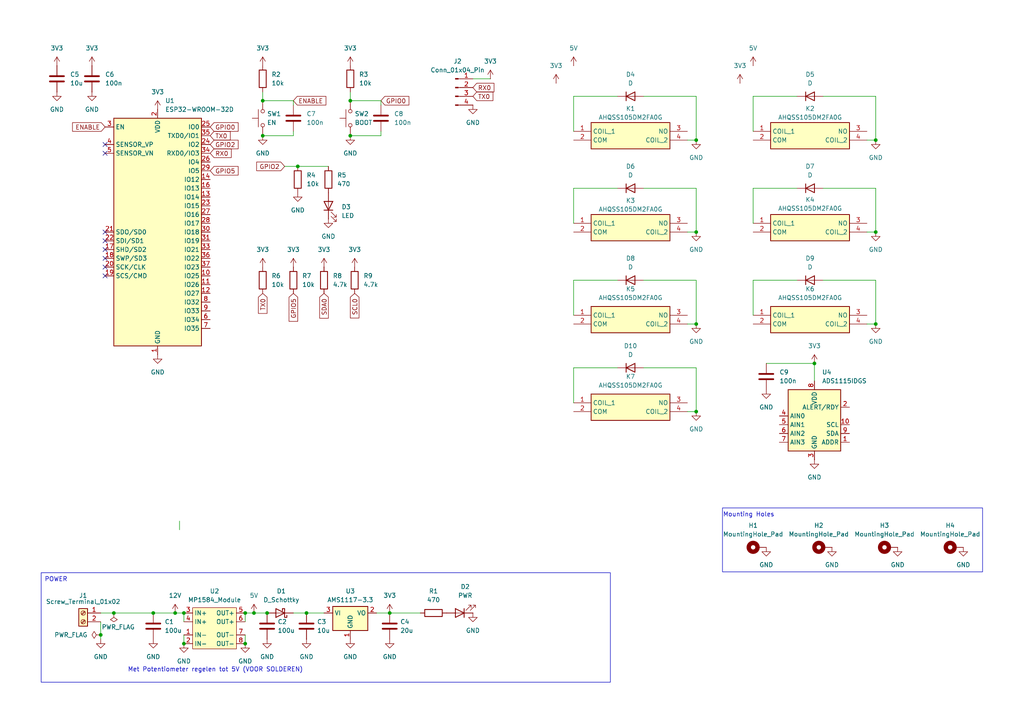
<source format=kicad_sch>
(kicad_sch (version 20231120) (generator "eeschema") (generator_version "8.0")
  (paper "A4")
  (lib_symbols
    (symbol "Analog_ADC:ADS1115IDGS"
      (property "Reference" "U" (at 2.54 13.97 0))
      (property "Value" "ADS1115IDGS" (at 7.62 11.43 0))
      (symbol "ADS1115IDGS_0_1"
        (rectangle (start -7.62 10.16) (end 7.62 -7.62) (stroke (width 0.254)) (fill (type background)))
      )
      (symbol "ADS1115IDGS_1_1"
        (pin input line (at 10.16 -5.08 180) (length 2.54) (name "ADDR") (number "1"))
        (pin input line (at 10.16 0 180) (length 2.54) (name "SCL") (number "10"))
        (pin output line (at 10.16 5.08 180) (length 2.54) (name "ALERT/RDY") (number "2"))
        (pin power_in line (at 0 -10.16 90) (length 2.54) (name "GND") (number "3"))
        (pin input line (at -10.16 2.54 0) (length 2.54) (name "AIN0") (number "4"))
        (pin input line (at -10.16 0 0) (length 2.54) (name "AIN1") (number "5"))
        (pin input line (at -10.16 -2.54 0) (length 2.54) (name "AIN2") (number "6"))
        (pin input line (at -10.16 -5.08 0) (length 2.54) (name "AIN3") (number "7"))
        (pin power_in line (at 0 12.7 270) (length 2.54) (name "VDD") (number "8"))
        (pin bidirectional line (at 10.16 -2.54 180) (length 2.54) (name "SDA") (number "9"))
      )
    )
    (symbol "Connector:Conn_01x04_Pin" (pin_names (offset 1.016) hide)
      (property "Reference" "J" (at 0 5.08 0))
      (property "Value" "Conn_01x04_Pin" (at 0 -7.62 0))
      (symbol "Conn_01x04_Pin_1_1"
        (polyline (pts (xy 1.27 -5.08) (xy 0.8636 -5.08)) (stroke (width 0.1524)))
        (polyline (pts (xy 1.27 -2.54) (xy 0.8636 -2.54)) (stroke (width 0.1524)))
        (polyline (pts (xy 1.27 0) (xy 0.8636 0)) (stroke (width 0.1524)))
        (polyline (pts (xy 1.27 2.54) (xy 0.8636 2.54)) (stroke (width 0.1524)))
        (rectangle (start 0.8636 -4.953) (end 0 -5.207) (stroke (width 0.1524)) (fill (type outline)))
        (rectangle (start 0.8636 -2.413) (end 0 -2.667) (stroke (width 0.1524)) (fill (type outline)))
        (rectangle (start 0.8636 0.127) (end 0 -0.127) (stroke (width 0.1524)) (fill (type outline)))
        (rectangle (start 0.8636 2.667) (end 0 2.413) (stroke (width 0.1524)) (fill (type outline)))
        (pin passive line (at 5.08 2.54 180) (length 3.81) (name "Pin_1") (number "1"))
        (pin passive line (at 5.08 0 180) (length 3.81) (name "Pin_2") (number "2"))
        (pin passive line (at 5.08 -2.54 180) (length 3.81) (name "Pin_3") (number "3"))
        (pin passive line (at 5.08 -5.08 180) (length 3.81) (name "Pin_4") (number "4"))
      )
    )
    (symbol "Connector:Screw_Terminal_01x02" (pin_names (offset 1.016) hide)
      (property "Reference" "J" (at 0 2.54 0))
      (property "Value" "Screw_Terminal_01x02" (at 0 -5.08 0))
      (symbol "Screw_Terminal_01x02_1_1"
        (rectangle (start -1.27 1.27) (end 1.27 -3.81) (stroke (width 0.254)) (fill (type background)))
        (circle (center 0 -2.54) (radius 0.635) (stroke (width 0.1524)))
        (polyline (pts (xy -0.5334 -2.2098) (xy 0.3302 -3.048)) (stroke (width 0.1524)))
        (polyline (pts (xy -0.5334 0.3302) (xy 0.3302 -0.508)) (stroke (width 0.1524)))
        (polyline (pts (xy -0.3556 -2.032) (xy 0.508 -2.8702)) (stroke (width 0.1524)))
        (polyline (pts (xy -0.3556 0.508) (xy 0.508 -0.3302)) (stroke (width 0.1524)))
        (circle (center 0 0) (radius 0.635) (stroke (width 0.1524)))
        (pin passive line (at -5.08 0 0) (length 3.81) (name "Pin_1") (number "1"))
        (pin passive line (at -5.08 -2.54 0) (length 3.81) (name "Pin_2") (number "2"))
      )
    )
    (symbol "Device:C" (pin_numbers hide) (pin_names (offset 0.254))
      (property "Reference" "C" (at 0.635 2.54 0))
      (property "Value" "C" (at 0.635 -2.54 0))
      (symbol "C_0_1"
        (polyline (pts (xy -2.032 -0.762) (xy 2.032 -0.762)) (stroke (width 0.508)))
        (polyline (pts (xy -2.032 0.762) (xy 2.032 0.762)) (stroke (width 0.508)))
      )
      (symbol "C_1_1"
        (pin passive line (at 0 3.81 270) (length 2.794) (name "~") (number "1"))
        (pin passive line (at 0 -3.81 90) (length 2.794) (name "~") (number "2"))
      )
    )
    (symbol "Device:D" (pin_numbers hide) (pin_names (offset 1.016) hide)
      (property "Reference" "D" (at 0 2.54 0))
      (property "Value" "D" (at 0 -2.54 0))
      (symbol "D_0_1"
        (polyline (pts (xy -1.27 1.27) (xy -1.27 -1.27)) (stroke (width 0.254)))
        (polyline (pts (xy 1.27 0) (xy -1.27 0)))
        (polyline (pts (xy 1.27 1.27) (xy 1.27 -1.27) (xy -1.27 0) (xy 1.27 1.27)) (stroke (width 0.254)))
      )
      (symbol "D_1_1"
        (pin passive line (at -3.81 0 0) (length 2.54) (name "K") (number "1"))
        (pin passive line (at 3.81 0 180) (length 2.54) (name "A") (number "2"))
      )
    )
    (symbol "Device:D_Schottky" (pin_numbers hide) (pin_names (offset 1.016) hide)
      (property "Reference" "D" (at 0 2.54 0))
      (property "Value" "D_Schottky" (at 0 -2.54 0))
      (symbol "D_Schottky_0_1"
        (polyline (pts (xy 1.27 0) (xy -1.27 0)))
        (polyline (pts (xy 1.27 1.27) (xy 1.27 -1.27) (xy -1.27 0) (xy 1.27 1.27)) (stroke (width 0.254)))
        (polyline (pts (xy -1.905 0.635) (xy -1.905 1.27) (xy -1.27 1.27) (xy -1.27 -1.27) (xy -0.635 -1.27) (xy -0.635 -0.635)) (stroke (width 0.254)))
      )
      (symbol "D_Schottky_1_1"
        (pin passive line (at -3.81 0 0) (length 2.54) (name "K") (number "1"))
        (pin passive line (at 3.81 0 180) (length 2.54) (name "A") (number "2"))
      )
    )
    (symbol "Device:LED" (pin_numbers hide) (pin_names (offset 1.016) hide)
      (property "Reference" "D" (at 0 2.54 0))
      (property "Value" "LED" (at 0 -2.54 0))
      (symbol "LED_0_1"
        (polyline (pts (xy -1.27 -1.27) (xy -1.27 1.27)) (stroke (width 0.254)))
        (polyline (pts (xy -1.27 0) (xy 1.27 0)))
        (polyline (pts (xy 1.27 -1.27) (xy 1.27 1.27) (xy -1.27 0) (xy 1.27 -1.27)) (stroke (width 0.254)))
        (polyline (pts (xy -3.048 -0.762) (xy -4.572 -2.286) (xy -3.81 -2.286) (xy -4.572 -2.286) (xy -4.572 -1.524)))
        (polyline (pts (xy -1.778 -0.762) (xy -3.302 -2.286) (xy -2.54 -2.286) (xy -3.302 -2.286) (xy -3.302 -1.524)))
      )
      (symbol "LED_1_1"
        (pin passive line (at -3.81 0 0) (length 2.54) (name "K") (number "1"))
        (pin passive line (at 3.81 0 180) (length 2.54) (name "A") (number "2"))
      )
    )
    (symbol "Device:R" (pin_numbers hide) (pin_names (offset 0))
      (property "Reference" "R" (at 2.032 0 90))
      (property "Value" "R" (at 0 0 90))
      (symbol "R_0_1"
        (rectangle (start -1.016 -2.54) (end 1.016 2.54) (stroke (width 0.254)))
      )
      (symbol "R_1_1"
        (pin passive line (at 0 3.81 270) (length 1.27) (name "~") (number "1"))
        (pin passive line (at 0 -3.81 90) (length 1.27) (name "~") (number "2"))
      )
    )
    (symbol "Mechanical:MountingHole_Pad" (pin_numbers hide) (pin_names (offset 1.016) hide) (exclude_from_sim yes) (in_bom no)
      (property "Reference" "H" (at 0 6.35 0))
      (property "Value" "MountingHole_Pad" (at 0 4.445 0))
      (symbol "MountingHole_Pad_0_1"
        (circle (center 0 1.27) (radius 1.27) (stroke (width 1.27)))
      )
      (symbol "MountingHole_Pad_1_1"
        (pin input line (at 0 -2.54 90) (length 2.54) (name "1") (number "1"))
      )
    )
    (symbol "RF_Module:ESP32-WROOM-32D"
      (property "Reference" "U" (at -12.7 34.29 0))
      (property "Value" "ESP32-WROOM-32D" (at 1.27 34.29 0))
      (symbol "ESP32-WROOM-32D_0_1"
        (rectangle (start -12.7 33.02) (end 12.7 -33.02) (stroke (width 0.254)) (fill (type background)))
      )
      (symbol "ESP32-WROOM-32D_1_1"
        (pin power_in line (at 0 -35.56 90) (length 2.54) (name "GND") (number "1"))
        (pin bidirectional line (at 15.24 -12.7 180) (length 2.54) (name "IO25") (number "10"))
        (pin bidirectional line (at 15.24 -15.24 180) (length 2.54) (name "IO26") (number "11"))
        (pin bidirectional line (at 15.24 -17.78 180) (length 2.54) (name "IO27") (number "12"))
        (pin bidirectional line (at 15.24 10.16 180) (length 2.54) (name "IO14") (number "13"))
        (pin bidirectional line (at 15.24 15.24 180) (length 2.54) (name "IO12") (number "14"))
        (pin passive line (at 0 -35.56 90) (length 2.54) hide (name "GND") (number "15"))
        (pin bidirectional line (at 15.24 12.7 180) (length 2.54) (name "IO13") (number "16"))
        (pin bidirectional line (at -15.24 -5.08 0) (length 2.54) (name "SHD/SD2") (number "17"))
        (pin bidirectional line (at -15.24 -7.62 0) (length 2.54) (name "SWP/SD3") (number "18"))
        (pin bidirectional line (at -15.24 -12.7 0) (length 2.54) (name "SCS/CMD") (number "19"))
        (pin power_in line (at 0 35.56 270) (length 2.54) (name "VDD") (number "2"))
        (pin bidirectional line (at -15.24 -10.16 0) (length 2.54) (name "SCK/CLK") (number "20"))
        (pin bidirectional line (at -15.24 0 0) (length 2.54) (name "SDO/SD0") (number "21"))
        (pin bidirectional line (at -15.24 -2.54 0) (length 2.54) (name "SDI/SD1") (number "22"))
        (pin bidirectional line (at 15.24 7.62 180) (length 2.54) (name "IO15") (number "23"))
        (pin bidirectional line (at 15.24 25.4 180) (length 2.54) (name "IO2") (number "24"))
        (pin bidirectional line (at 15.24 30.48 180) (length 2.54) (name "IO0") (number "25"))
        (pin bidirectional line (at 15.24 20.32 180) (length 2.54) (name "IO4") (number "26"))
        (pin bidirectional line (at 15.24 5.08 180) (length 2.54) (name "IO16") (number "27"))
        (pin bidirectional line (at 15.24 2.54 180) (length 2.54) (name "IO17") (number "28"))
        (pin bidirectional line (at 15.24 17.78 180) (length 2.54) (name "IO5") (number "29"))
        (pin input line (at -15.24 30.48 0) (length 2.54) (name "EN") (number "3"))
        (pin bidirectional line (at 15.24 0 180) (length 2.54) (name "IO18") (number "30"))
        (pin bidirectional line (at 15.24 -2.54 180) (length 2.54) (name "IO19") (number "31"))
        (pin no_connect line (at -12.7 -27.94 0) (length 2.54) hide (name "NC") (number "32"))
        (pin bidirectional line (at 15.24 -5.08 180) (length 2.54) (name "IO21") (number "33"))
        (pin bidirectional line (at 15.24 22.86 180) (length 2.54) (name "RXD0/IO3") (number "34"))
        (pin bidirectional line (at 15.24 27.94 180) (length 2.54) (name "TXD0/IO1") (number "35"))
        (pin bidirectional line (at 15.24 -7.62 180) (length 2.54) (name "IO22") (number "36"))
        (pin bidirectional line (at 15.24 -10.16 180) (length 2.54) (name "IO23") (number "37"))
        (pin passive line (at 0 -35.56 90) (length 2.54) hide (name "GND") (number "38"))
        (pin passive line (at 0 -35.56 90) (length 2.54) hide (name "GND") (number "39"))
        (pin input line (at -15.24 25.4 0) (length 2.54) (name "SENSOR_VP") (number "4"))
        (pin input line (at -15.24 22.86 0) (length 2.54) (name "SENSOR_VN") (number "5"))
        (pin input line (at 15.24 -25.4 180) (length 2.54) (name "IO34") (number "6"))
        (pin input line (at 15.24 -27.94 180) (length 2.54) (name "IO35") (number "7"))
        (pin bidirectional line (at 15.24 -20.32 180) (length 2.54) (name "IO32") (number "8"))
        (pin bidirectional line (at 15.24 -22.86 180) (length 2.54) (name "IO33") (number "9"))
      )
    )
    (symbol "Regulator_Linear:AMS1117-3.3"
      (property "Reference" "U" (at -3.81 3.175 0))
      (property "Value" "AMS1117-3.3" (at 0 3.175 0))
      (symbol "AMS1117-3.3_0_1"
        (rectangle (start -5.08 -5.08) (end 5.08 1.905) (stroke (width 0.254)) (fill (type background)))
      )
      (symbol "AMS1117-3.3_1_1"
        (pin power_in line (at 0 -7.62 90) (length 2.54) (name "GND") (number "1"))
        (pin power_out line (at 7.62 0 180) (length 2.54) (name "VO") (number "2"))
        (pin power_in line (at -7.62 0 0) (length 2.54) (name "VI") (number "3"))
      )
    )
    (symbol "SamacSys_Parts:AHQSS105DM2FA0G"
      (property "Reference" "K" (at 29.21 7.62 0))
      (property "Value" "AHQSS105DM2FA0G" (at 29.21 5.08 0))
      (symbol "AHQSS105DM2FA0G_1_1"
        (rectangle (start 5.08 2.54) (end 27.94 -5.08) (stroke (width 0.254)) (fill (type background)))
        (pin passive line (at 0 0 0) (length 5.08) (name "COIL_1") (number "1"))
        (pin passive line (at 0 -2.54 0) (length 5.08) (name "COM") (number "2"))
        (pin passive line (at 33.02 0 180) (length 5.08) (name "NO") (number "3"))
        (pin passive line (at 33.02 -2.54 180) (length 5.08) (name "COIL_2") (number "4"))
      )
    )
    (symbol "Switch:SW_Push" (pin_numbers hide) (pin_names (offset 1.016) hide)
      (property "Reference" "SW" (at 1.27 2.54 0))
      (property "Value" "SW_Push" (at 0 -1.524 0))
      (symbol "SW_Push_0_1"
        (circle (center -2.032 0) (radius 0.508))
        (polyline (pts (xy 0 1.27) (xy 0 3.048)))
        (polyline (pts (xy 2.54 1.27) (xy -2.54 1.27)))
        (circle (center 2.032 0) (radius 0.508))
        (pin passive line (at -5.08 0 0) (length 2.54) (name "1") (number "1"))
        (pin passive line (at 5.08 0 180) (length 2.54) (name "2") (number "2"))
      )
    )
    (symbol "Watersysteem_Library:MP1584_Module"
      (property "Reference" "U" (at 0 8.128 0))
      (property "Value" "MP1584_Module" (at 0 6.35 0))
      (symbol "MP1584_Module_1_1"
        (rectangle (start -6.35 5.334) (end 6.35 -6.604) (fill (type background)))
        (pin input line (at -8.89 -2.54 0) (length 2.54) (name "IN-") (number "1"))
        (pin input line (at -8.89 -5.08 0) (length 2.54) (name "IN-") (number "2"))
        (pin input line (at -8.89 3.81 0) (length 2.54) (name "IN+") (number "3"))
        (pin input line (at -8.89 1.27 0) (length 2.54) (name "IN+") (number "4"))
        (pin output line (at 8.89 3.81 180) (length 2.54) (name "OUT+") (number "5"))
        (pin output line (at 8.89 1.27 180) (length 2.54) (name "OUT+") (number "6"))
        (pin output line (at 8.89 -2.54 180) (length 2.54) (name "OUT-") (number "7"))
        (pin output line (at 8.89 -5.08 180) (length 2.54) (name "OUT-") (number "8"))
      )
    )
    (symbol "power:GND" (power) (pin_numbers hide) (pin_names (offset 0) hide)
      (property "Value" "GND" (at 0 -3.81 0))
      (symbol "GND_0_1"
        (polyline (pts (xy 0 0) (xy 0 -1.27) (xy 1.27 -1.27) (xy 0 -2.54) (xy -1.27 -1.27) (xy 0 -1.27)))
      )
      (symbol "GND_1_1"
        (pin power_in line (at 0 0 270) (length 0) (name "~") (number "1"))
      )
    )
    (symbol "power:PWR_FLAG" (power) (pin_numbers hide) (pin_names (offset 0) hide)
      (property "Value" "PWR_FLAG" (at 0 3.81 0))
      (symbol "PWR_FLAG_0_0"
        (pin power_out line (at 0 0 90) (length 0) (name "~") (number "1"))
      )
      (symbol "PWR_FLAG_0_1"
        (polyline (pts (xy 0 0) (xy 0 1.27) (xy -1.016 1.905) (xy 0 2.54) (xy 1.016 1.905) (xy 0 1.27)))
      )
    )
    (symbol "power:VCC" (power) (pin_numbers hide) (pin_names (offset 0) hide)
      (property "Value" "VCC" (at 0 3.556 0))
      (symbol "VCC_0_1"
        (polyline (pts (xy -0.762 1.27) (xy 0 2.54)))
        (polyline (pts (xy 0 0) (xy 0 2.54)))
        (polyline (pts (xy 0 2.54) (xy 0.762 1.27)))
      )
      (symbol "VCC_1_1"
        (pin power_in line (at 0 0 90) (length 0) (name "~") (number "1"))
      )
    )
  )
  (junction (at 201.93 119.38))
  (junction (at 113.03 177.8))
  (junction (at 44.45 177.8))
  (junction (at 29.21 184.15))
  (junction (at 254 67.31))
  (junction (at 254 93.98))
  (junction (at 76.2 29.21))
  (junction (at 201.93 40.64))
  (junction (at 53.34 186.69))
  (junction (at 88.9 177.8))
  (junction (at 86.36 48.26))
  (junction (at 71.12 177.8))
  (junction (at 50.8 177.8))
  (junction (at 254 40.64))
  (junction (at 77.47 177.8))
  (junction (at 236.22 105.41))
  (junction (at 76.2 39.37))
  (junction (at 201.93 93.98))
  (junction (at 71.12 186.69))
  (junction (at 201.93 67.31))
  (junction (at 53.34 177.8))
  (junction (at 101.6 29.21))
  (junction (at 33.02 177.8))
  (junction (at 101.6 39.37))
  (junction (at 73.66 177.8))
  (no_connect (at 30.48 72.39))
  (no_connect (at 30.48 74.93))
  (no_connect (at 30.48 77.47))
  (no_connect (at 30.48 80.01))
  (no_connect (at 30.48 44.45))
  (no_connect (at 30.48 69.85))
  (no_connect (at 30.48 41.91))
  (no_connect (at 30.48 67.31))
  (wire (pts (xy 254 93.98) (xy 251.46 93.98)))
  (wire (pts (xy 137.16 22.86) (xy 142.24 22.86)))
  (wire (pts (xy 85.09 39.37) (xy 76.2 39.37)))
  (wire (pts (xy 113.03 177.8) (xy 121.92 177.8)))
  (wire (pts (xy 201.93 67.31) (xy 199.39 67.31)))
  (wire (pts (xy 186.69 106.68) (xy 201.93 106.68)))
  (wire (pts (xy 186.69 54.61) (xy 201.93 54.61)))
  (wire (pts (xy 88.9 177.8) (xy 93.98 177.8)))
  (wire (pts (xy 52.07 151.13) (xy 52.07 153.67)))
  (wire (pts (xy 218.44 81.28) (xy 218.44 91.44)))
  (wire (pts (xy 73.66 177.8) (xy 77.47 177.8)))
  (wire (pts (xy 201.93 27.94) (xy 186.69 27.94)))
  (wire (pts (xy 236.22 105.41) (xy 236.22 110.49)))
  (wire (pts (xy 199.39 40.64) (xy 201.93 40.64)))
  (wire (pts (xy 238.76 81.28) (xy 254 81.28)))
  (wire (pts (xy 166.37 81.28) (xy 166.37 91.44)))
  (wire (pts (xy 166.37 106.68) (xy 179.07 106.68)))
  (wire (pts (xy 201.93 93.98) (xy 199.39 93.98)))
  (wire (pts (xy 201.93 119.38) (xy 199.39 119.38)))
  (wire (pts (xy 29.21 184.15) (xy 29.21 180.34)))
  (wire (pts (xy 179.07 81.28) (xy 166.37 81.28)))
  (wire (pts (xy 231.14 81.28) (xy 218.44 81.28)))
  (wire (pts (xy 254 67.31) (xy 251.46 67.31)))
  (wire (pts (xy 254 81.28) (xy 254 93.98)))
  (wire (pts (xy 201.93 106.68) (xy 201.93 119.38)))
  (wire (pts (xy 33.02 177.8) (xy 29.21 177.8)))
  (wire (pts (xy 71.12 177.8) (xy 71.12 180.34)))
  (wire (pts (xy 222.25 105.41) (xy 236.22 105.41)))
  (wire (pts (xy 179.07 54.61) (xy 166.37 54.61)))
  (wire (pts (xy 238.76 54.61) (xy 254 54.61)))
  (wire (pts (xy 76.2 29.21) (xy 76.2 26.67)))
  (wire (pts (xy 82.55 48.26) (xy 86.36 48.26)))
  (wire (pts (xy 85.09 177.8) (xy 88.9 177.8)))
  (wire (pts (xy 231.14 27.94) (xy 218.44 27.94)))
  (wire (pts (xy 85.09 38.1) (xy 85.09 39.37)))
  (wire (pts (xy 71.12 184.15) (xy 71.12 186.69)))
  (wire (pts (xy 53.34 184.15) (xy 53.34 186.69)))
  (wire (pts (xy 201.93 54.61) (xy 201.93 67.31)))
  (wire (pts (xy 109.22 177.8) (xy 113.03 177.8)))
  (wire (pts (xy 254 40.64) (xy 254 27.94)))
  (wire (pts (xy 86.36 48.26) (xy 95.25 48.26)))
  (wire (pts (xy 231.14 54.61) (xy 218.44 54.61)))
  (wire (pts (xy 101.6 29.21) (xy 101.6 26.67)))
  (wire (pts (xy 186.69 81.28) (xy 201.93 81.28)))
  (wire (pts (xy 166.37 54.61) (xy 166.37 64.77)))
  (wire (pts (xy 201.93 81.28) (xy 201.93 93.98)))
  (wire (pts (xy 254 27.94) (xy 238.76 27.94)))
  (wire (pts (xy 44.45 177.8) (xy 50.8 177.8)))
  (wire (pts (xy 53.34 177.8) (xy 53.34 180.34)))
  (wire (pts (xy 33.02 177.8) (xy 44.45 177.8)))
  (wire (pts (xy 110.49 30.48) (xy 110.49 29.21)))
  (wire (pts (xy 29.21 185.42) (xy 29.21 184.15)))
  (wire (pts (xy 254 54.61) (xy 254 67.31)))
  (wire (pts (xy 110.49 38.1) (xy 110.49 39.37)))
  (wire (pts (xy 166.37 116.84) (xy 166.37 106.68)))
  (wire (pts (xy 218.44 27.94) (xy 218.44 38.1)))
  (wire (pts (xy 218.44 54.61) (xy 218.44 64.77)))
  (wire (pts (xy 166.37 27.94) (xy 166.37 38.1)))
  (wire (pts (xy 110.49 39.37) (xy 101.6 39.37)))
  (wire (pts (xy 85.09 30.48) (xy 85.09 29.21)))
  (wire (pts (xy 201.93 40.64) (xy 201.93 27.94)))
  (wire (pts (xy 50.8 177.8) (xy 53.34 177.8)))
  (wire (pts (xy 166.37 27.94) (xy 179.07 27.94)))
  (wire (pts (xy 110.49 29.21) (xy 101.6 29.21)))
  (wire (pts (xy 85.09 29.21) (xy 76.2 29.21)))
  (wire (pts (xy 251.46 40.64) (xy 254 40.64)))
  (wire (pts (xy 71.12 177.8) (xy 73.66 177.8)))
  (rectangle (start 11.938 166.116) (end 177.038 197.866))
  (rectangle (start 209.55 147.32) (end 284.988 165.862))
  (text "Mounting Holes" (at 217.17 149.352 0) (effects (font (size 1.27 1.27))))
  (text "POWER" (at 16.256 168.148 0) (effects (font (size 1.27 1.27))))
  (text "Met Potentiometer regelen tot 5V (VOOR SOLDEREN)" (at 62.484 194.31 0) (effects (font (size 1.27 1.27))))
  (global_label "RX0" (shape input) (at 60.96 44.45 0) (property "Intersheetrefs" "${INTERSHEET_REFS}" (effects (hide yes))))
  (global_label "ENABLE" (shape input) (at 30.48 36.83 180) (property "Intersheetrefs" "${INTERSHEET_REFS}" (effects (hide yes))))
  (global_label "SCL0" (shape input) (at 102.87 85.09 270) (property "Intersheetrefs" "${INTERSHEET_REFS}" (effects (hide yes))))
  (global_label "SDA0" (shape input) (at 93.98 85.09 270) (property "Intersheetrefs" "${INTERSHEET_REFS}" (effects (hide yes))))
  (global_label "GPIO5" (shape input) (at 85.09 85.09 270) (property "Intersheetrefs" "${INTERSHEET_REFS}" (effects (hide yes))))
  (global_label "GPIO2" (shape input) (at 60.96 41.91 0) (property "Intersheetrefs" "${INTERSHEET_REFS}" (effects (hide yes))))
  (global_label "GPIO0" (shape input) (at 60.96 36.83 0) (property "Intersheetrefs" "${INTERSHEET_REFS}" (effects (hide yes))))
  (global_label "GPIO0" (shape input) (at 110.49 29.21 0) (property "Intersheetrefs" "${INTERSHEET_REFS}" (effects (hide yes))))
  (global_label "RX0" (shape input) (at 137.16 25.4 0) (property "Intersheetrefs" "${INTERSHEET_REFS}" (effects (hide yes))))
  (global_label "GPIO5" (shape input) (at 60.96 49.53 0) (property "Intersheetrefs" "${INTERSHEET_REFS}" (effects (hide yes))))
  (global_label "TX0" (shape input) (at 137.16 27.94 0) (property "Intersheetrefs" "${INTERSHEET_REFS}" (effects (hide yes))))
  (global_label "TX0" (shape input) (at 60.96 39.37 0) (property "Intersheetrefs" "${INTERSHEET_REFS}" (effects (hide yes))))
  (global_label "TX0" (shape input) (at 76.2 85.09 270) (property "Intersheetrefs" "${INTERSHEET_REFS}" (effects (hide yes))))
  (global_label "ENABLE" (shape input) (at 85.09 29.21 0) (property "Intersheetrefs" "${INTERSHEET_REFS}" (effects (hide yes))))
  (global_label "GPIO2" (shape input) (at 82.55 48.26 180) (property "Intersheetrefs" "${INTERSHEET_REFS}" (effects (hide yes))))
  (symbol (lib_id "Device:R") (at 95.25 52.07 0) (unit 1)
    (property "Reference" "R5" (at 97.79 50.7999 0) (effects (justify left)))
    (property "Value" "470" (at 97.79 53.3399 0) (effects (justify left)))
    (property "Description" "Resistor" (effects (hide yes)))
  )
  (symbol (lib_id "Switch:SW_Push") (at 101.6 34.29 90) (mirror x) (unit 1)
    (property "Reference" "SW2" (at 102.87 33.0199 90) (effects (justify right)))
    (property "Value" "BOOT" (at 102.87 35.5599 90) (effects (justify right)))
    (property "Description" "Push button switch, generic, two pins" (effects (hide yes)))
  )
  (symbol (lib_id "power:VCC") (at 214.63 24.13 0) (unit 1)
    (property "Reference" "#PWR038" (effects (hide yes)))
    (property "Value" "3V3" (at 214.63 19.05 0))
    (property "Description" "Power symbol creates a global label with name \"VCC\"" (effects (hide yes)))
  )
  (symbol (lib_id "power:VCC") (at 101.6 19.05 0) (unit 1)
    (property "Reference" "#PWR020" (effects (hide yes)))
    (property "Value" "3V3" (at 101.6 13.97 0))
    (property "Description" "Power symbol creates a global label with name \"VCC\"" (effects (hide yes)))
  )
  (symbol (lib_id "power:PWR_FLAG") (at 29.21 184.15 90) (unit 1)
    (property "Reference" "#FLG01" (effects (hide yes)))
    (property "Value" "PWR_FLAG" (at 25.4 184.1499 90) (effects (justify left)))
    (property "Description" "Special symbol for telling ERC where power comes from" (effects (hide yes)))
  )
  (symbol (lib_id "power:GND") (at 16.51 26.67 0) (unit 1)
    (property "Reference" "#PWR016" (effects (hide yes)))
    (property "Value" "GND" (at 16.51 31.75 0))
    (property "Description" "Power symbol creates a global label with name \"GND\" , ground" (effects (hide yes)))
  )
  (symbol (lib_id "Device:R") (at 101.6 22.86 180) (unit 1)
    (property "Reference" "R3" (at 104.14 21.5899 0) (effects (justify right)))
    (property "Value" "10k" (at 104.14 24.1299 0) (effects (justify right)))
    (property "Description" "Resistor" (effects (hide yes)))
  )
  (symbol (lib_id "power:VCC") (at 218.44 19.05 0) (unit 1)
    (property "Reference" "#PWR037" (effects (hide yes)))
    (property "Value" "5V" (at 218.44 13.97 0))
    (property "Description" "Power symbol creates a global label with name \"VCC\"" (effects (hide yes)))
  )
  (symbol (lib_id "Analog_ADC:ADS1115IDGS") (at 236.22 123.19 0) (unit 1)
    (property "Reference" "U4" (at 238.4141 107.95 0) (effects (justify left)))
    (property "Value" "ADS1115IDGS" (at 238.4141 110.49 0) (effects (justify left)))
    (property "Footprint" "Package_SO:TSSOP-10_3x3mm_P0.5mm" (effects (hide yes)))
    (property "Datasheet" "http://www.ti.com/lit/ds/symlink/ads1113.pdf" (effects (hide yes)))
    (property "Description" "Ultra-Small, Low-Power, I2C-Compatible, 860-SPS, 16-Bit ADCs With Internal Reference, Oscillator, and Programmable Comparator, VSSOP-10" (effects (hide yes)))
  )
  (symbol (lib_id "power:GND") (at 86.36 55.88 0) (unit 1)
    (property "Reference" "#PWR022" (effects (hide yes)))
    (property "Value" "GND" (at 86.36 60.96 0))
    (property "Description" "Power symbol creates a global label with name \"GND\" , ground" (effects (hide yes)))
  )
  (symbol (lib_id "power:VCC") (at 142.24 22.86 0) (unit 1)
    (property "Reference" "#PWR028" (effects (hide yes)))
    (property "Value" "3V3" (at 142.24 17.78 0))
    (property "Description" "Power symbol creates a global label with name \"VCC\"" (effects (hide yes)))
  )
  (symbol (lib_id "power:GND") (at 44.45 185.42 0) (unit 1)
    (property "Reference" "#PWR04" (effects (hide yes)))
    (property "Value" "GND" (at 44.45 190.5 0))
    (property "Description" "Power symbol creates a global label with name \"GND\" , ground" (effects (hide yes)))
  )
  (symbol (lib_id "power:GND") (at 29.21 185.42 0) (unit 1)
    (property "Reference" "#PWR01" (effects (hide yes)))
    (property "Value" "GND" (at 29.21 190.5 0))
    (property "Description" "Power symbol creates a global label with name \"GND\" , ground" (effects (hide yes)))
  )
  (symbol (lib_id "Device:D") (at 234.95 81.28 0) (unit 1)
    (property "Reference" "D9" (at 234.95 74.93 0))
    (property "Value" "D" (at 234.95 77.47 0))
    (property "Description" "Diode" (effects (hide yes)))
    (property "Sim.Device" "D" (effects (hide yes)))
    (property "Sim.Pins" "1=K 2=A" (effects (hide yes)))
  )
  (symbol (lib_id "Mechanical:MountingHole_Pad") (at 257.81 158.75 90) (unit 1) (exclude_from_sim yes) (in_bom no)
    (property "Reference" "H3" (at 256.54 152.4 90))
    (property "Value" "MountingHole_Pad" (at 256.54 154.94 90))
    (property "Description" "Mounting Hole with connection" (effects (hide yes)))
  )
  (symbol (lib_id "Device:D") (at 234.95 27.94 0) (unit 1)
    (property "Reference" "D5" (at 234.95 21.59 0))
    (property "Value" "D" (at 234.95 24.13 0))
    (property "Description" "Diode" (effects (hide yes)))
    (property "Sim.Device" "D" (effects (hide yes)))
    (property "Sim.Pins" "1=K 2=A" (effects (hide yes)))
  )
  (symbol (lib_id "SamacSys_Parts:AHQSS105DM2FA0G") (at 166.37 116.84 0) (unit 1)
    (property "Reference" "K7" (at 182.88 109.22 0))
    (property "Value" "AHQSS105DM2FA0G" (at 182.88 111.76 0))
    (property "Footprint" "AHQSS105DM2FA0G" (effects (hide yes)))
    (property "Datasheet" "https://www.farnell.com/cad/3816025.pdf" (effects (hide yes)))
    (property "Description" "General Purpose Relays Commercial RelayRated Carrying Current :16AType of Sealing : Case Sealed TypeNumber of pole : one poleCoil Voltage : 5VCoil Type : Standard DC CoilContact Form : Form A Coil Insulation System : F- Class F (155C)" (effects (hide yes)))
    (property "Height" "15.3" (effects (hide yes)))
    (property "Manufacturer_Name" "Amphenol" (effects (hide yes)))
    (property "Manufacturer_Part_Number" "AHQSS105DM2FA0G" (effects (hide yes)))
    (property "Mouser Part Number" "523-AHQSS105DM2FA0G" (effects (hide yes)))
    (property "Mouser Price/Stock" "https://www.mouser.co.uk/ProductDetail/Amphenol-Anytek/AHQSS105DM2FA0G?qs=vvQtp7zwQdMcHeqcpOr95g%3D%3D" (effects (hide yes)))
  )
  (symbol (lib_id "SamacSys_Parts:AHQSS105DM2FA0G") (at 166.37 91.44 0) (unit 1)
    (property "Reference" "K5" (at 182.88 83.82 0))
    (property "Value" "AHQSS105DM2FA0G" (at 182.88 86.36 0))
    (property "Footprint" "AHQSS105DM2FA0G" (effects (hide yes)))
    (property "Datasheet" "https://www.farnell.com/cad/3816025.pdf" (effects (hide yes)))
    (property "Description" "General Purpose Relays Commercial RelayRated Carrying Current :16AType of Sealing : Case Sealed TypeNumber of pole : one poleCoil Voltage : 5VCoil Type : Standard DC CoilContact Form : Form A Coil Insulation System : F- Class F (155C)" (effects (hide yes)))
    (property "Height" "15.3" (effects (hide yes)))
    (property "Manufacturer_Name" "Amphenol" (effects (hide yes)))
    (property "Manufacturer_Part_Number" "AHQSS105DM2FA0G" (effects (hide yes)))
    (property "Mouser Part Number" "523-AHQSS105DM2FA0G" (effects (hide yes)))
    (property "Mouser Price/Stock" "https://www.mouser.co.uk/ProductDetail/Amphenol-Anytek/AHQSS105DM2FA0G?qs=vvQtp7zwQdMcHeqcpOr95g%3D%3D" (effects (hide yes)))
  )
  (symbol (lib_id "power:VCC") (at 73.66 177.8 0) (unit 1)
    (property "Reference" "#PWR06" (effects (hide yes)))
    (property "Value" "5V" (at 73.66 172.72 0))
    (property "Description" "Power symbol creates a global label with name \"VCC\"" (effects (hide yes)))
  )
  (symbol (lib_id "SamacSys_Parts:AHQSS105DM2FA0G") (at 218.44 91.44 0) (unit 1)
    (property "Reference" "K6" (at 234.95 83.82 0))
    (property "Value" "AHQSS105DM2FA0G" (at 234.95 86.36 0))
    (property "Footprint" "AHQSS105DM2FA0G" (effects (hide yes)))
    (property "Datasheet" "https://www.farnell.com/cad/3816025.pdf" (effects (hide yes)))
    (property "Description" "General Purpose Relays Commercial RelayRated Carrying Current :16AType of Sealing : Case Sealed TypeNumber of pole : one poleCoil Voltage : 5VCoil Type : Standard DC CoilContact Form : Form A Coil Insulation System : F- Class F (155C)" (effects (hide yes)))
    (property "Height" "15.3" (effects (hide yes)))
    (property "Manufacturer_Name" "Amphenol" (effects (hide yes)))
    (property "Manufacturer_Part_Number" "AHQSS105DM2FA0G" (effects (hide yes)))
    (property "Mouser Part Number" "523-AHQSS105DM2FA0G" (effects (hide yes)))
    (property "Mouser Price/Stock" "https://www.mouser.co.uk/ProductDetail/Amphenol-Anytek/AHQSS105DM2FA0G?qs=vvQtp7zwQdMcHeqcpOr95g%3D%3D" (effects (hide yes)))
  )
  (symbol (lib_id "Device:C") (at 88.9 181.61 0) (unit 1)
    (property "Reference" "C3" (at 91.948 180.34 0) (effects (justify left)))
    (property "Value" "10u" (at 91.948 182.88 0) (effects (justify left)))
    (property "Description" "Unpolarized capacitor" (effects (hide yes)))
  )
  (symbol (lib_id "power:GND") (at 236.22 133.35 0) (unit 1)
    (property "Reference" "#PWR045" (effects (hide yes)))
    (property "Value" "GND" (at 236.22 138.43 0))
    (property "Description" "Power symbol creates a global label with name \"GND\" , ground" (effects (hide yes)))
  )
  (symbol (lib_id "Device:LED") (at 133.35 177.8 180) (unit 1)
    (property "Reference" "D2" (at 134.9375 170.18 0))
    (property "Value" "PWR" (at 134.9375 172.72 0))
    (property "Description" "Light emitting diode" (effects (hide yes)))
  )
  (symbol (lib_id "power:GND") (at 77.47 185.42 0) (unit 1)
    (property "Reference" "#PWR05" (effects (hide yes)))
    (property "Value" "GND" (at 77.47 190.5 0))
    (property "Description" "Power symbol creates a global label with name \"GND\" , ground" (effects (hide yes)))
  )
  (symbol (lib_id "power:PWR_FLAG") (at 33.02 177.8 180) (unit 1)
    (property "Reference" "#FLG02" (effects (hide yes)))
    (property "Value" "PWR_FLAG" (at 34.29 181.864 0))
    (property "Description" "Special symbol for telling ERC where power comes from" (effects (hide yes)))
  )
  (symbol (lib_id "Device:R") (at 93.98 81.28 0) (unit 1)
    (property "Reference" "R8" (at 96.52 80.0099 0) (effects (justify left)))
    (property "Value" "4.7k" (at 96.52 82.5499 0) (effects (justify left)))
    (property "Description" "Resistor" (effects (hide yes)))
  )
  (symbol (lib_id "power:VCC") (at 26.67 19.05 0) (unit 1)
    (property "Reference" "#PWR014" (effects (hide yes)))
    (property "Value" "3V3" (at 26.67 13.97 0))
    (property "Description" "Power symbol creates a global label with name \"VCC\"" (effects (hide yes)))
  )
  (symbol (lib_id "power:VCC") (at 76.2 19.05 0) (unit 1)
    (property "Reference" "#PWR018" (effects (hide yes)))
    (property "Value" "3V3" (at 76.2 13.97 0))
    (property "Description" "Power symbol creates a global label with name \"VCC\"" (effects (hide yes)))
  )
  (symbol (lib_id "Device:LED") (at 95.25 59.69 90) (unit 1)
    (property "Reference" "D3" (at 99.06 60.0074 90) (effects (justify right)))
    (property "Value" "LED" (at 99.06 62.5474 90) (effects (justify right)))
    (property "Description" "Light emitting diode" (effects (hide yes)))
  )
  (symbol (lib_id "power:VCC") (at 45.72 31.75 0) (unit 1)
    (property "Reference" "#PWR010" (effects (hide yes)))
    (property "Value" "3V3" (at 45.72 26.67 0))
    (property "Description" "Power symbol creates a global label with name \"VCC\"" (effects (hide yes)))
  )
  (symbol (lib_id "power:GND") (at 201.93 67.31 0) (unit 1)
    (property "Reference" "#PWR040" (effects (hide yes)))
    (property "Value" "GND" (at 201.93 72.39 0))
    (property "Description" "Power symbol creates a global label with name \"GND\" , ground" (effects (hide yes)))
  )
  (symbol (lib_id "SamacSys_Parts:AHQSS105DM2FA0G") (at 166.37 38.1 0) (unit 1)
    (property "Reference" "K1" (at 182.88 31.496 0))
    (property "Value" "AHQSS105DM2FA0G" (at 182.88 34.036 0))
    (property "Footprint" "AHQSS105DM2FA0G" (effects (hide yes)))
    (property "Datasheet" "https://www.farnell.com/cad/3816025.pdf" (effects (hide yes)))
    (property "Description" "General Purpose Relays Commercial RelayRated Carrying Current :16AType of Sealing : Case Sealed TypeNumber of pole : one poleCoil Voltage : 5VCoil Type : Standard DC CoilContact Form : Form A Coil Insulation System : F- Class F (155C)" (effects (hide yes)))
    (property "Height" "15.3" (effects (hide yes)))
    (property "Manufacturer_Name" "Amphenol" (effects (hide yes)))
    (property "Manufacturer_Part_Number" "AHQSS105DM2FA0G" (effects (hide yes)))
    (property "Mouser Part Number" "523-AHQSS105DM2FA0G" (effects (hide yes)))
    (property "Mouser Price/Stock" "https://www.mouser.co.uk/ProductDetail/Amphenol-Anytek/AHQSS105DM2FA0G?qs=vvQtp7zwQdMcHeqcpOr95g%3D%3D" (effects (hide yes)))
  )
  (symbol (lib_id "Device:R") (at 76.2 81.28 0) (unit 1)
    (property "Reference" "R6" (at 78.74 80.0099 0) (effects (justify left)))
    (property "Value" "10k" (at 78.74 82.5499 0) (effects (justify left)))
    (property "Description" "Resistor" (effects (hide yes)))
  )
  (symbol (lib_id "power:GND") (at 201.93 40.64 0) (unit 1)
    (property "Reference" "#PWR035" (effects (hide yes)))
    (property "Value" "GND" (at 201.93 45.72 0))
    (property "Description" "Power symbol creates a global label with name \"GND\" , ground" (effects (hide yes)))
  )
  (symbol (lib_id "Device:D") (at 182.88 54.61 0) (unit 1)
    (property "Reference" "D6" (at 182.88 48.26 0))
    (property "Value" "D" (at 182.88 50.8 0))
    (property "Description" "Diode" (effects (hide yes)))
    (property "Sim.Device" "D" (effects (hide yes)))
    (property "Sim.Pins" "1=K 2=A" (effects (hide yes)))
  )
  (symbol (lib_id "power:VCC") (at 50.8 177.8 0) (unit 1)
    (property "Reference" "#PWR01" (effects (hide yes)))
    (property "Value" "12V" (at 50.8 172.72 0))
    (property "Description" "Power symbol creates a global label with name \"VCC\"" (effects (hide yes)))
  )
  (symbol (lib_id "power:GND") (at 95.25 63.5 0) (unit 1)
    (property "Reference" "#PWR023" (effects (hide yes)))
    (property "Value" "GND" (at 95.25 68.58 0))
    (property "Description" "Power symbol creates a global label with name \"GND\" , ground" (effects (hide yes)))
  )
  (symbol (lib_id "power:GND") (at 137.16 30.48 0) (unit 1)
    (property "Reference" "#PWR029" (effects (hide yes)))
    (property "Value" "GND" (at 137.16 35.56 0))
    (property "Description" "Power symbol creates a global label with name \"GND\" , ground" (effects (hide yes)))
  )
  (symbol (lib_id "power:GND") (at 201.93 93.98 0) (unit 1)
    (property "Reference" "#PWR042" (effects (hide yes)))
    (property "Value" "GND" (at 201.93 99.06 0))
    (property "Description" "Power symbol creates a global label with name \"GND\" , ground" (effects (hide yes)))
  )
  (symbol (lib_id "Device:R") (at 86.36 52.07 0) (unit 1)
    (property "Reference" "R4" (at 88.9 50.7999 0) (effects (justify left)))
    (property "Value" "10k" (at 88.9 53.3399 0) (effects (justify left)))
    (property "Description" "Resistor" (effects (hide yes)))
  )
  (symbol (lib_id "Device:D") (at 182.88 27.94 0) (unit 1)
    (property "Reference" "D4" (at 182.88 21.59 0))
    (property "Value" "D" (at 182.88 24.13 0))
    (property "Description" "Diode" (effects (hide yes)))
    (property "Sim.Device" "D" (effects (hide yes)))
    (property "Sim.Pins" "1=K 2=A" (effects (hide yes)))
  )
  (symbol (lib_id "power:VCC") (at 85.09 77.47 0) (unit 1)
    (property "Reference" "#PWR025" (effects (hide yes)))
    (property "Value" "3V3" (at 85.09 72.39 0))
    (property "Description" "Power symbol creates a global label with name \"VCC\"" (effects (hide yes)))
  )
  (symbol (lib_id "power:GND") (at 113.03 185.42 0) (unit 1)
    (property "Reference" "#PWR09" (effects (hide yes)))
    (property "Value" "GND" (at 113.03 190.5 0))
    (property "Description" "Power symbol creates a global label with name \"GND\" , ground" (effects (hide yes)))
  )
  (symbol (lib_id "Device:D") (at 182.88 106.68 0) (unit 1)
    (property "Reference" "D10" (at 182.88 100.33 0))
    (property "Value" "D" (at 182.88 102.87 0))
    (property "Description" "Diode" (effects (hide yes)))
    (property "Sim.Device" "D" (effects (hide yes)))
    (property "Sim.Pins" "1=K 2=A" (effects (hide yes)))
  )
  (symbol (lib_id "power:GND") (at 254 40.64 0) (unit 1)
    (property "Reference" "#PWR039" (effects (hide yes)))
    (property "Value" "GND" (at 254 45.72 0))
    (property "Description" "Power symbol creates a global label with name \"GND\" , ground" (effects (hide yes)))
  )
  (symbol (lib_id "Device:D") (at 182.88 81.28 0) (unit 1)
    (property "Reference" "D8" (at 182.88 74.93 0))
    (property "Value" "D" (at 182.88 77.47 0))
    (property "Description" "Diode" (effects (hide yes)))
    (property "Sim.Device" "D" (effects (hide yes)))
    (property "Sim.Pins" "1=K 2=A" (effects (hide yes)))
  )
  (symbol (lib_id "power:GND") (at 53.34 186.69 0) (unit 1)
    (property "Reference" "#PWR02" (effects (hide yes)))
    (property "Value" "GND" (at 53.34 191.77 0))
    (property "Description" "Power symbol creates a global label with name \"GND\" , ground" (effects (hide yes)))
  )
  (symbol (lib_id "power:VCC") (at 93.98 77.47 0) (unit 1)
    (property "Reference" "#PWR026" (effects (hide yes)))
    (property "Value" "3V3" (at 93.98 72.39 0))
    (property "Description" "Power symbol creates a global label with name \"VCC\"" (effects (hide yes)))
  )
  (symbol (lib_id "power:GND") (at 26.67 26.67 0) (unit 1)
    (property "Reference" "#PWR017" (effects (hide yes)))
    (property "Value" "GND" (at 26.67 31.75 0))
    (property "Description" "Power symbol creates a global label with name \"GND\" , ground" (effects (hide yes)))
  )
  (symbol (lib_id "power:GND") (at 101.6 185.42 0) (unit 1)
    (property "Reference" "#PWR08" (effects (hide yes)))
    (property "Value" "GND" (at 101.6 190.5 0))
    (property "Description" "Power symbol creates a global label with name \"GND\" , ground" (effects (hide yes)))
  )
  (symbol (lib_id "Device:C") (at 16.51 22.86 0) (unit 1)
    (property "Reference" "C5" (at 20.32 21.5899 0) (effects (justify left)))
    (property "Value" "10u" (at 20.32 24.1299 0) (effects (justify left)))
    (property "Description" "Unpolarized capacitor" (effects (hide yes)))
  )
  (symbol (lib_id "power:VCC") (at 113.03 177.8 0) (unit 1)
    (property "Reference" "#PWR012" (effects (hide yes)))
    (property "Value" "3V3" (at 113.03 172.72 0))
    (property "Description" "Power symbol creates a global label with name \"VCC\"" (effects (hide yes)))
  )
  (symbol (lib_id "power:VCC") (at 161.29 24.13 0) (unit 1)
    (property "Reference" "#PWR036" (effects (hide yes)))
    (property "Value" "3V3" (at 161.29 19.05 0))
    (property "Description" "Power symbol creates a global label with name \"VCC\"" (effects (hide yes)))
  )
  (symbol (lib_id "Device:R") (at 102.87 81.28 0) (unit 1)
    (property "Reference" "R9" (at 105.41 80.0099 0) (effects (justify left)))
    (property "Value" "4.7k" (at 105.41 82.5499 0) (effects (justify left)))
    (property "Description" "Resistor" (effects (hide yes)))
  )
  (symbol (lib_id "power:VCC") (at 166.37 19.05 0) (unit 1)
    (property "Reference" "#PWR034" (effects (hide yes)))
    (property "Value" "5V" (at 166.37 13.97 0))
    (property "Description" "Power symbol creates a global label with name \"VCC\"" (effects (hide yes)))
  )
  (symbol (lib_id "power:VCC") (at 102.87 77.47 0) (unit 1)
    (property "Reference" "#PWR027" (effects (hide yes)))
    (property "Value" "3V3" (at 102.87 72.39 0))
    (property "Description" "Power symbol creates a global label with name \"VCC\"" (effects (hide yes)))
  )
  (symbol (lib_id "Device:D") (at 234.95 54.61 0) (unit 1)
    (property "Reference" "D7" (at 234.95 48.26 0))
    (property "Value" "D" (at 234.95 50.8 0))
    (property "Description" "Diode" (effects (hide yes)))
    (property "Sim.Device" "D" (effects (hide yes)))
    (property "Sim.Pins" "1=K 2=A" (effects (hide yes)))
  )
  (symbol (lib_id "Switch:SW_Push") (at 76.2 34.29 90) (mirror x) (unit 1)
    (property "Reference" "SW1" (at 77.47 33.0199 90) (effects (justify right)))
    (property "Value" "EN" (at 77.47 35.5599 90) (effects (justify right)))
    (property "Description" "Push button switch, generic, two pins" (effects (hide yes)))
  )
  (symbol (lib_id "power:GND") (at 71.12 186.69 0) (unit 1)
    (property "Reference" "#PWR03" (effects (hide yes)))
    (property "Value" "GND" (at 71.12 191.77 0))
    (property "Description" "Power symbol creates a global label with name \"GND\" , ground" (effects (hide yes)))
  )
  (symbol (lib_id "SamacSys_Parts:AHQSS105DM2FA0G") (at 166.37 64.77 0) (unit 1)
    (property "Reference" "K3" (at 182.88 58.166 0))
    (property "Value" "AHQSS105DM2FA0G" (at 182.88 60.706 0))
    (property "Footprint" "AHQSS105DM2FA0G" (effects (hide yes)))
    (property "Datasheet" "https://www.farnell.com/cad/3816025.pdf" (effects (hide yes)))
    (property "Description" "General Purpose Relays Commercial RelayRated Carrying Current :16AType of Sealing : Case Sealed TypeNumber of pole : one poleCoil Voltage : 5VCoil Type : Standard DC CoilContact Form : Form A Coil Insulation System : F- Class F (155C)" (effects (hide yes)))
    (property "Height" "15.3" (effects (hide yes)))
    (property "Manufacturer_Name" "Amphenol" (effects (hide yes)))
    (property "Manufacturer_Part_Number" "AHQSS105DM2FA0G" (effects (hide yes)))
    (property "Mouser Part Number" "523-AHQSS105DM2FA0G" (effects (hide yes)))
    (property "Mouser Price/Stock" "https://www.mouser.co.uk/ProductDetail/Amphenol-Anytek/AHQSS105DM2FA0G?qs=vvQtp7zwQdMcHeqcpOr95g%3D%3D" (effects (hide yes)))
  )
  (symbol (lib_id "Mechanical:MountingHole_Pad") (at 276.86 158.75 90) (unit 1) (exclude_from_sim yes) (in_bom no)
    (property "Reference" "H4" (at 275.59 152.4 90))
    (property "Value" "MountingHole_Pad" (at 275.59 154.94 90))
    (property "Description" "Mounting Hole with connection" (effects (hide yes)))
  )
  (symbol (lib_id "SamacSys_Parts:AHQSS105DM2FA0G") (at 218.44 38.1 0) (unit 1)
    (property "Reference" "K2" (at 234.95 31.496 0))
    (property "Value" "AHQSS105DM2FA0G" (at 234.95 34.036 0))
    (property "Footprint" "AHQSS105DM2FA0G" (effects (hide yes)))
    (property "Datasheet" "https://www.farnell.com/cad/3816025.pdf" (effects (hide yes)))
    (property "Description" "General Purpose Relays Commercial RelayRated Carrying Current :16AType of Sealing : Case Sealed TypeNumber of pole : one poleCoil Voltage : 5VCoil Type : Standard DC CoilContact Form : Form A Coil Insulation System : F- Class F (155C)" (effects (hide yes)))
    (property "Height" "15.3" (effects (hide yes)))
    (property "Manufacturer_Name" "Amphenol" (effects (hide yes)))
    (property "Manufacturer_Part_Number" "AHQSS105DM2FA0G" (effects (hide yes)))
    (property "Mouser Part Number" "523-AHQSS105DM2FA0G" (effects (hide yes)))
    (property "Mouser Price/Stock" "https://www.mouser.co.uk/ProductDetail/Amphenol-Anytek/AHQSS105DM2FA0G?qs=vvQtp7zwQdMcHeqcpOr95g%3D%3D" (effects (hide yes)))
  )
  (symbol (lib_id "Device:C") (at 222.25 109.22 0) (unit 1)
    (property "Reference" "C9" (at 226.06 107.9499 0) (effects (justify left)))
    (property "Value" "100n" (at 226.06 110.4899 0) (effects (justify left)))
    (property "Description" "Unpolarized capacitor" (effects (hide yes)))
  )
  (symbol (lib_id "power:GND") (at 45.72 102.87 0) (unit 1)
    (property "Reference" "#PWR015" (effects (hide yes)))
    (property "Value" "GND" (at 45.72 107.95 0))
    (property "Description" "Power symbol creates a global label with name \"GND\" , ground" (effects (hide yes)))
  )
  (symbol (lib_id "power:GND") (at 260.35 158.75 0) (unit 1)
    (property "Reference" "#PWR032" (effects (hide yes)))
    (property "Value" "GND" (at 260.35 163.83 0))
    (property "Description" "Power symbol creates a global label with name \"GND\" , ground" (effects (hide yes)))
  )
  (symbol (lib_id "power:GND") (at 241.3 158.75 0) (unit 1)
    (property "Reference" "#PWR031" (effects (hide yes)))
    (property "Value" "GND" (at 241.3 163.83 0))
    (property "Description" "Power symbol creates a global label with name \"GND\" , ground" (effects (hide yes)))
  )
  (symbol (lib_id "power:VCC") (at 76.2 77.47 0) (unit 1)
    (property "Reference" "#PWR024" (effects (hide yes)))
    (property "Value" "3V3" (at 76.2 72.39 0))
    (property "Description" "Power symbol creates a global label with name \"VCC\"" (effects (hide yes)))
  )
  (symbol (lib_id "Device:R") (at 76.2 22.86 180) (unit 1)
    (property "Reference" "R2" (at 78.74 21.5899 0) (effects (justify right)))
    (property "Value" "10k" (at 78.74 24.1299 0) (effects (justify right)))
    (property "Description" "Resistor" (effects (hide yes)))
  )
  (symbol (lib_id "power:VCC") (at 236.22 105.41 0) (unit 1)
    (property "Reference" "#PWR047" (effects (hide yes)))
    (property "Value" "3V3" (at 236.22 100.33 0))
    (property "Description" "Power symbol creates a global label with name \"VCC\"" (effects (hide yes)))
  )
  (symbol (lib_id "Device:C") (at 113.03 181.61 0) (unit 1)
    (property "Reference" "C4" (at 116.078 180.34 0) (effects (justify left)))
    (property "Value" "20u" (at 116.078 182.88 0) (effects (justify left)))
    (property "Description" "Unpolarized capacitor" (effects (hide yes)))
  )
  (symbol (lib_id "power:VCC") (at 16.51 19.05 0) (unit 1)
    (property "Reference" "#PWR013" (effects (hide yes)))
    (property "Value" "3V3" (at 16.51 13.97 0))
    (property "Description" "Power symbol creates a global label with name \"VCC\"" (effects (hide yes)))
  )
  (symbol (lib_id "Device:D_Schottky") (at 81.28 177.8 180) (unit 1)
    (property "Reference" "D1" (at 81.5975 171.45 0))
    (property "Value" "D_Schottky" (at 81.5975 173.99 0))
    (property "Description" "Schottky diode" (effects (hide yes)))
  )
  (symbol (lib_id "Mechanical:MountingHole_Pad") (at 238.76 158.75 90) (unit 1) (exclude_from_sim yes) (in_bom no)
    (property "Reference" "H2" (at 237.49 152.4 90))
    (property "Value" "MountingHole_Pad" (at 237.49 154.94 90))
    (property "Description" "Mounting Hole with connection" (effects (hide yes)))
  )
  (symbol (lib_id "power:GND") (at 88.9 185.42 0) (unit 1)
    (property "Reference" "#PWR07" (effects (hide yes)))
    (property "Value" "GND" (at 88.9 190.5 0))
    (property "Description" "Power symbol creates a global label with name \"GND\" , ground" (effects (hide yes)))
  )
  (symbol (lib_id "Watersysteem_Library:MP1584_Module") (at 62.23 181.61 0) (unit 1)
    (property "Reference" "U2" (at 62.23 171.45 0))
    (property "Value" "MP1584_Module" (at 62.23 173.99 0))
  )
  (symbol (lib_id "Mechanical:MountingHole_Pad") (at 219.71 158.75 90) (unit 1) (exclude_from_sim yes) (in_bom no)
    (property "Reference" "H1" (at 218.44 152.4 90))
    (property "Value" "MountingHole_Pad" (at 218.44 154.94 90))
    (property "Description" "Mounting Hole with connection" (effects (hide yes)))
  )
  (symbol (lib_id "power:GND") (at 201.93 119.38 0) (unit 1)
    (property "Reference" "#PWR044" (effects (hide yes)))
    (property "Value" "GND" (at 201.93 124.46 0))
    (property "Description" "Power symbol creates a global label with name \"GND\" , ground" (effects (hide yes)))
  )
  (symbol (lib_id "Device:C") (at 77.47 181.61 0) (unit 1)
    (property "Reference" "C2" (at 80.518 180.34 0) (effects (justify left)))
    (property "Value" "100u" (at 80.518 182.88 0) (effects (justify left)))
    (property "Description" "Unpolarized capacitor" (effects (hide yes)))
  )
  (symbol (lib_id "power:GND") (at 76.2 39.37 0) (unit 1)
    (property "Reference" "#PWR019" (effects (hide yes)))
    (property "Value" "GND" (at 76.2 44.45 0))
    (property "Description" "Power symbol creates a global label with name \"GND\" , ground" (effects (hide yes)))
  )
  (symbol (lib_id "power:GND") (at 222.25 158.75 0) (unit 1)
    (property "Reference" "#PWR030" (effects (hide yes)))
    (property "Value" "GND" (at 222.25 163.83 0))
    (property "Description" "Power symbol creates a global label with name \"GND\" , ground" (effects (hide yes)))
  )
  (symbol (lib_id "Device:R") (at 85.09 81.28 0) (unit 1)
    (property "Reference" "R7" (at 87.63 80.0099 0) (effects (justify left)))
    (property "Value" "10k" (at 87.63 82.5499 0) (effects (justify left)))
    (property "Description" "Resistor" (effects (hide yes)))
  )
  (symbol (lib_id "power:GND") (at 254 67.31 0) (unit 1)
    (property "Reference" "#PWR041" (effects (hide yes)))
    (property "Value" "GND" (at 254 72.39 0))
    (property "Description" "Power symbol creates a global label with name \"GND\" , ground" (effects (hide yes)))
  )
  (symbol (lib_id "Device:C") (at 44.45 181.61 0) (unit 1)
    (property "Reference" "C1" (at 47.752 180.34 0) (effects (justify left)))
    (property "Value" "100u" (at 47.752 182.88 0) (effects (justify left)))
    (property "Description" "Unpolarized capacitor" (effects (hide yes)))
  )
  (symbol (lib_id "power:GND") (at 254 93.98 0) (unit 1)
    (property "Reference" "#PWR043" (effects (hide yes)))
    (property "Value" "GND" (at 254 99.06 0))
    (property "Description" "Power symbol creates a global label with name \"GND\" , ground" (effects (hide yes)))
  )
  (symbol (lib_id "Device:R") (at 125.73 177.8 90) (unit 1)
    (property "Reference" "R1" (at 125.73 171.45 90))
    (property "Value" "470" (at 125.73 173.99 90))
    (property "Description" "Resistor" (effects (hide yes)))
  )
  (symbol (lib_id "SamacSys_Parts:AHQSS105DM2FA0G") (at 218.44 64.77 0) (unit 1)
    (property "Reference" "K4" (at 234.95 57.912 0))
    (property "Value" "AHQSS105DM2FA0G" (at 234.95 60.452 0))
    (property "Footprint" "AHQSS105DM2FA0G" (effects (hide yes)))
    (property "Datasheet" "https://www.farnell.com/cad/3816025.pdf" (effects (hide yes)))
    (property "Description" "General Purpose Relays Commercial RelayRated Carrying Current :16AType of Sealing : Case Sealed TypeNumber of pole : one poleCoil Voltage : 5VCoil Type : Standard DC CoilContact Form : Form A Coil Insulation System : F- Class F (155C)" (effects (hide yes)))
    (property "Height" "15.3" (effects (hide yes)))
    (property "Manufacturer_Name" "Amphenol" (effects (hide yes)))
    (property "Manufacturer_Part_Number" "AHQSS105DM2FA0G" (effects (hide yes)))
    (property "Mouser Part Number" "523-AHQSS105DM2FA0G" (effects (hide yes)))
    (property "Mouser Price/Stock" "https://www.mouser.co.uk/ProductDetail/Amphenol-Anytek/AHQSS105DM2FA0G?qs=vvQtp7zwQdMcHeqcpOr95g%3D%3D" (effects (hide yes)))
  )
  (symbol (lib_id "Device:C") (at 85.09 34.29 0) (unit 1)
    (property "Reference" "C7" (at 88.9 33.0199 0) (effects (justify left)))
    (property "Value" "100n" (at 88.9 35.5599 0) (effects (justify left)))
    (property "Description" "Unpolarized capacitor" (effects (hide yes)))
  )
  (symbol (lib_id "Device:C") (at 110.49 34.29 0) (unit 1)
    (property "Reference" "C8" (at 114.3 33.0199 0) (effects (justify left)))
    (property "Value" "100n" (at 114.3 35.5599 0) (effects (justify left)))
    (property "Description" "Unpolarized capacitor" (effects (hide yes)))
  )
  (symbol (lib_id "Connector:Conn_01x04_Pin") (at 132.08 25.4 0) (unit 1)
    (property "Reference" "J2" (at 132.715 17.78 0))
    (property "Value" "Conn_01x04_Pin" (at 132.715 20.32 0))
    (property "Description" "Generic connector, single row, 01x04, script generated" (effects (hide yes)))
  )
  (symbol (lib_id "power:GND") (at 279.4 158.75 0) (unit 1)
    (property "Reference" "#PWR033" (effects (hide yes)))
    (property "Value" "GND" (at 279.4 163.83 0))
    (property "Description" "Power symbol creates a global label with name \"GND\" , ground" (effects (hide yes)))
  )
  (symbol (lib_id "Device:C") (at 26.67 22.86 0) (unit 1)
    (property "Reference" "C6" (at 30.48 21.5899 0) (effects (justify left)))
    (property "Value" "100n" (at 30.48 24.1299 0) (effects (justify left)))
    (property "Description" "Unpolarized capacitor" (effects (hide yes)))
  )
  (symbol (lib_id "RF_Module:ESP32-WROOM-32D") (at 45.72 67.31 0) (unit 1)
    (property "Reference" "U1" (at 47.9141 29.21 0) (effects (justify left)))
    (property "Value" "ESP32-WROOM-32D" (at 47.9141 31.75 0) (effects (justify left)))
    (property "Footprint" "RF_Module:ESP32-WROOM-32D" (effects (hide yes)))
    (property "Datasheet" "https://www.espressif.com/sites/default/files/documentation/esp32-wroom-32d_esp32-wroom-32u_datasheet_en.pdf" (effects (hide yes)))
    (property "Description" "RF Module, ESP32-D0WD SoC, Wi-Fi 802.11b/g/n, Bluetooth, BLE, 32-bit, 2.7-3.6V, onboard antenna, SMD" (effects (hide yes)))
  )
  (symbol (lib_id "power:GND") (at 222.25 113.03 0) (unit 1)
    (property "Reference" "#PWR046" (effects (hide yes)))
    (property "Value" "GND" (at 222.25 118.11 0))
    (property "Description" "Power symbol creates a global label with name \"GND\" , ground" (effects (hide yes)))
  )
  (symbol (lib_id "power:GND") (at 137.16 177.8 0) (unit 1)
    (property "Reference" "#PWR011" (effects (hide yes)))
    (property "Value" "GND" (at 137.16 182.88 0))
    (property "Description" "Power symbol creates a global label with name \"GND\" , ground" (effects (hide yes)))
  )
  (symbol (lib_id "Connector:Screw_Terminal_01x02") (at 24.13 177.8 0) (mirror y) (unit 1)
    (property "Reference" "J1" (at 24.13 172.72 0))
    (property "Value" "Screw_Terminal_01x02" (at 24.13 174.498 0))
    (property "Description" "Generic screw terminal, single row, 01x02, script generated (kicad-library-utils/schlib/autogen/connector/)" (effects (hide yes)))
  )
  (symbol (lib_id "Regulator_Linear:AMS1117-3.3") (at 101.6 177.8 0) (unit 1)
    (property "Reference" "U3" (at 101.6 171.45 0))
    (property "Value" "AMS1117-3.3" (at 101.6 173.99 0))
    (property "Footprint" "Package_TO_SOT_SMD:SOT-223-3_TabPin2" (effects (hide yes)))
    (property "Datasheet" "http://www.advanced-monolithic.com/pdf/ds1117.pdf" (effects (hide yes)))
    (property "Description" "1A Low Dropout regulator, positive, 3.3V fixed output, SOT-223" (effects (hide yes)))
  )
  (symbol (lib_id "power:GND") (at 101.6 39.37 0) (unit 1)
    (property "Reference" "#PWR021" (effects (hide yes)))
    (property "Value" "GND" (at 101.6 44.45 0))
    (property "Description" "Power symbol creates a global label with name \"GND\" , ground" (effects (hide yes)))
  )
)
</source>
